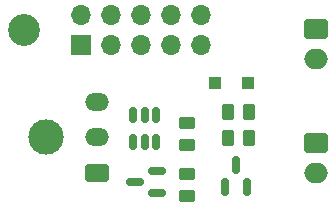
<source format=gts>
G04 #@! TF.GenerationSoftware,KiCad,Pcbnew,(7.0.0)*
G04 #@! TF.CreationDate,2023-03-25T16:30:21+01:00*
G04 #@! TF.ProjectId,PowerPCB,506f7765-7250-4434-922e-6b696361645f,rev?*
G04 #@! TF.SameCoordinates,Original*
G04 #@! TF.FileFunction,Soldermask,Top*
G04 #@! TF.FilePolarity,Negative*
%FSLAX46Y46*%
G04 Gerber Fmt 4.6, Leading zero omitted, Abs format (unit mm)*
G04 Created by KiCad (PCBNEW (7.0.0)) date 2023-03-25 16:30:21*
%MOMM*%
%LPD*%
G01*
G04 APERTURE LIST*
G04 Aperture macros list*
%AMRoundRect*
0 Rectangle with rounded corners*
0 $1 Rounding radius*
0 $2 $3 $4 $5 $6 $7 $8 $9 X,Y pos of 4 corners*
0 Add a 4 corners polygon primitive as box body*
4,1,4,$2,$3,$4,$5,$6,$7,$8,$9,$2,$3,0*
0 Add four circle primitives for the rounded corners*
1,1,$1+$1,$2,$3*
1,1,$1+$1,$4,$5*
1,1,$1+$1,$6,$7*
1,1,$1+$1,$8,$9*
0 Add four rect primitives between the rounded corners*
20,1,$1+$1,$2,$3,$4,$5,0*
20,1,$1+$1,$4,$5,$6,$7,0*
20,1,$1+$1,$6,$7,$8,$9,0*
20,1,$1+$1,$8,$9,$2,$3,0*%
G04 Aperture macros list end*
%ADD10RoundRect,0.150000X0.587500X0.150000X-0.587500X0.150000X-0.587500X-0.150000X0.587500X-0.150000X0*%
%ADD11RoundRect,0.250000X-0.300000X-0.300000X0.300000X-0.300000X0.300000X0.300000X-0.300000X0.300000X0*%
%ADD12C,2.700000*%
%ADD13RoundRect,0.150000X0.150000X-0.512500X0.150000X0.512500X-0.150000X0.512500X-0.150000X-0.512500X0*%
%ADD14RoundRect,0.250000X-0.262500X-0.450000X0.262500X-0.450000X0.262500X0.450000X-0.262500X0.450000X0*%
%ADD15RoundRect,0.250000X-0.750000X0.600000X-0.750000X-0.600000X0.750000X-0.600000X0.750000X0.600000X0*%
%ADD16O,2.000000X1.700000*%
%ADD17RoundRect,0.150000X0.150000X-0.587500X0.150000X0.587500X-0.150000X0.587500X-0.150000X-0.587500X0*%
%ADD18RoundRect,0.250000X0.450000X-0.262500X0.450000X0.262500X-0.450000X0.262500X-0.450000X-0.262500X0*%
%ADD19C,3.000000*%
%ADD20RoundRect,0.250001X0.759999X-0.499999X0.759999X0.499999X-0.759999X0.499999X-0.759999X-0.499999X0*%
%ADD21O,2.020000X1.500000*%
%ADD22RoundRect,0.250000X-0.450000X0.262500X-0.450000X-0.262500X0.450000X-0.262500X0.450000X0.262500X0*%
%ADD23RoundRect,0.250000X0.262500X0.450000X-0.262500X0.450000X-0.262500X-0.450000X0.262500X-0.450000X0*%
%ADD24R,1.700000X1.700000*%
%ADD25O,1.700000X1.700000*%
G04 APERTURE END LIST*
D10*
X114763000Y-61326000D03*
X114763000Y-59426000D03*
X112888000Y-60376000D03*
D11*
X119682000Y-51994000D03*
X122482000Y-51994000D03*
D12*
X103500000Y-47500000D03*
D13*
X112766000Y-56941500D03*
X113716000Y-56941500D03*
X114666000Y-56941500D03*
X114666000Y-54666500D03*
X113716000Y-54666500D03*
X112766000Y-54666500D03*
D14*
X120752750Y-54449250D03*
X122577750Y-54449250D03*
D15*
X128211000Y-57094000D03*
D16*
X128210999Y-59593999D03*
D17*
X120527250Y-60805500D03*
X122427250Y-60805500D03*
X121477250Y-58930500D03*
D18*
X117272000Y-61542500D03*
X117272000Y-59717500D03*
D19*
X105334000Y-56566000D03*
D20*
X109654000Y-59566000D03*
D21*
X109653999Y-56565999D03*
X109653999Y-53565999D03*
D22*
X117272000Y-55399500D03*
X117272000Y-57224500D03*
D23*
X122577750Y-56660000D03*
X120752750Y-56660000D03*
D15*
X128194000Y-47422000D03*
D16*
X128193999Y-49921999D03*
D24*
X108369999Y-48769999D03*
D25*
X108369999Y-46229999D03*
X110909999Y-48769999D03*
X110909999Y-46229999D03*
X113449999Y-48769999D03*
X113449999Y-46229999D03*
X115989999Y-48769999D03*
X115989999Y-46229999D03*
X118529999Y-48769999D03*
X118529999Y-46229999D03*
M02*

</source>
